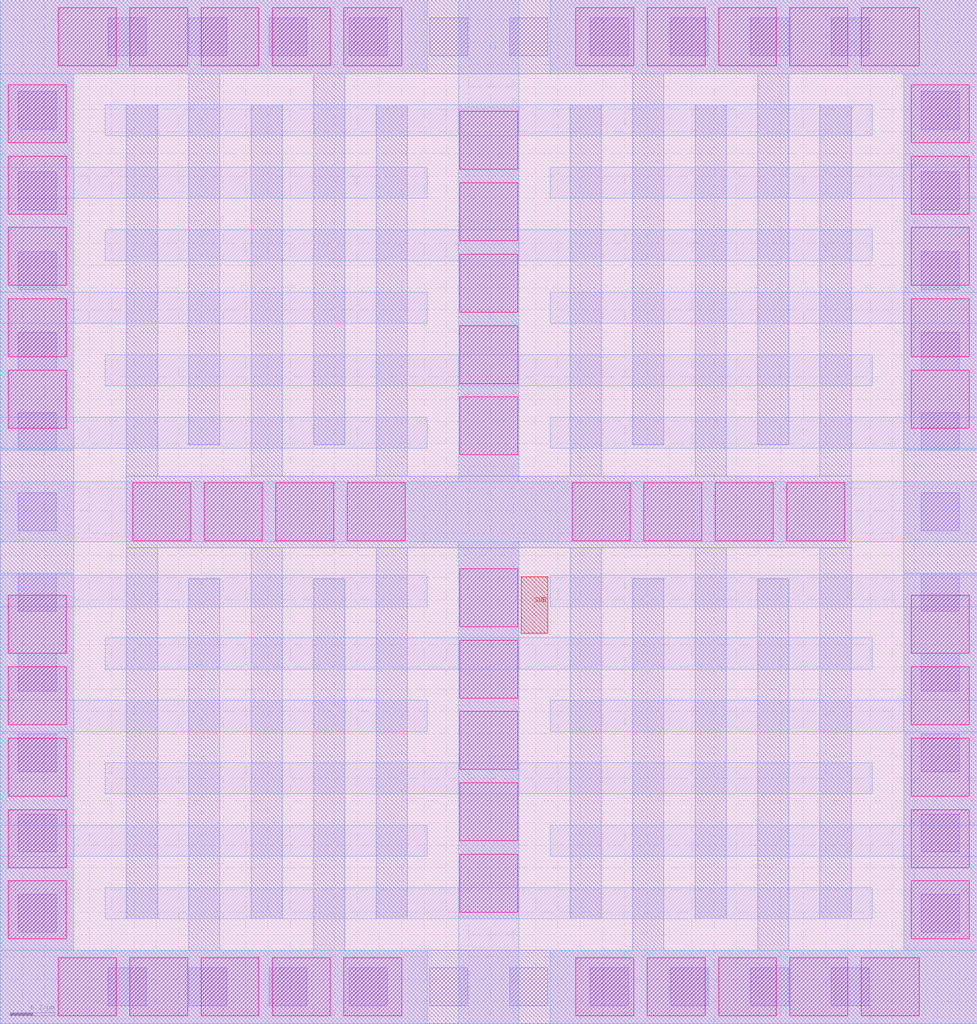
<source format=lef>
# Copyright 2020 The SkyWater PDK Authors
#
# Licensed under the Apache License, Version 2.0 (the "License");
# you may not use this file except in compliance with the License.
# You may obtain a copy of the License at
#
#     https://www.apache.org/licenses/LICENSE-2.0
#
# Unless required by applicable law or agreed to in writing, software
# distributed under the License is distributed on an "AS IS" BASIS,
# WITHOUT WARRANTIES OR CONDITIONS OF ANY KIND, either express or implied.
# See the License for the specific language governing permissions and
# limitations under the License.
#
# SPDX-License-Identifier: Apache-2.0

VERSION 5.7 ;
  NOWIREEXTENSIONATPIN ON ;
  DIVIDERCHAR "/" ;
  BUSBITCHARS "[]" ;
MACRO sky130_fd_pr__cap_vpp_04p4x04p6_m1m2_shieldl1
  CLASS BLOCK ;
  FOREIGN sky130_fd_pr__cap_vpp_04p4x04p6_m1m2_shieldl1 ;
  ORIGIN  0.000000  0.000000 ;
  SIZE  4.380000 BY  4.590000 ;
  PIN C0
    PORT
      LAYER met2 ;
        RECT 0.000000 0.000000 1.915000 0.330000 ;
        RECT 0.000000 0.330000 0.330000 0.750000 ;
        RECT 0.000000 0.750000 1.915000 0.890000 ;
        RECT 0.000000 0.890000 0.330000 1.310000 ;
        RECT 0.000000 1.310000 1.915000 1.450000 ;
        RECT 0.000000 1.450000 0.330000 1.870000 ;
        RECT 0.000000 1.870000 1.915000 2.010000 ;
        RECT 0.000000 2.010000 0.330000 2.020000 ;
        RECT 0.000000 2.570000 0.330000 2.580000 ;
        RECT 0.000000 2.580000 1.915000 2.720000 ;
        RECT 0.000000 2.720000 0.330000 3.140000 ;
        RECT 0.000000 3.140000 1.915000 3.280000 ;
        RECT 0.000000 3.280000 0.330000 3.700000 ;
        RECT 0.000000 3.700000 1.915000 3.840000 ;
        RECT 0.000000 3.840000 0.330000 4.260000 ;
        RECT 0.000000 4.260000 1.915000 4.590000 ;
        RECT 2.465000 0.000000 4.380000 0.330000 ;
        RECT 2.465000 0.750000 4.380000 0.890000 ;
        RECT 2.465000 1.310000 4.380000 1.450000 ;
        RECT 2.465000 1.870000 4.380000 2.010000 ;
        RECT 2.465000 2.580000 4.380000 2.720000 ;
        RECT 2.465000 3.140000 4.380000 3.280000 ;
        RECT 2.465000 3.700000 4.380000 3.840000 ;
        RECT 2.465000 4.260000 4.380000 4.590000 ;
        RECT 4.050000 0.330000 4.380000 0.750000 ;
        RECT 4.050000 0.890000 4.380000 1.310000 ;
        RECT 4.050000 1.450000 4.380000 1.870000 ;
        RECT 4.050000 2.010000 4.380000 2.020000 ;
        RECT 4.050000 2.570000 4.380000 2.580000 ;
        RECT 4.050000 2.720000 4.380000 3.140000 ;
        RECT 4.050000 3.280000 4.380000 3.700000 ;
        RECT 4.050000 3.840000 4.380000 4.260000 ;
    END
  END C0
  PIN C1
    PORT
      LAYER met2 ;
        RECT 0.000000 2.160000 4.380000 2.430000 ;
        RECT 0.470000 0.470000 3.910000 0.610000 ;
        RECT 0.470000 1.030000 3.910000 1.170000 ;
        RECT 0.470000 1.590000 3.910000 1.730000 ;
        RECT 0.470000 2.860000 3.910000 3.000000 ;
        RECT 0.470000 3.420000 3.910000 3.560000 ;
        RECT 0.470000 3.980000 3.910000 4.120000 ;
        RECT 2.055000 0.000000 2.325000 0.470000 ;
        RECT 2.055000 0.610000 2.325000 1.030000 ;
        RECT 2.055000 1.170000 2.325000 1.590000 ;
        RECT 2.055000 1.730000 2.325000 2.160000 ;
        RECT 2.055000 2.430000 2.325000 2.860000 ;
        RECT 2.055000 3.000000 2.325000 3.420000 ;
        RECT 2.055000 3.560000 2.325000 3.980000 ;
        RECT 2.055000 4.120000 2.325000 4.590000 ;
    END
  END C1
  PIN SUB
    PORT
      LAYER pwell ;
        RECT 2.335000 1.750000 2.455000 2.005000 ;
    END
  END SUB
  OBS
    LAYER li1 ;
      RECT 0.000000 0.000000 4.380000 4.590000 ;
    LAYER mcon ;
      RECT 0.080000 0.410000 0.250000 0.580000 ;
      RECT 0.080000 0.770000 0.250000 0.940000 ;
      RECT 0.080000 1.130000 0.250000 1.300000 ;
      RECT 0.080000 1.490000 0.250000 1.660000 ;
      RECT 0.080000 1.850000 0.250000 2.020000 ;
      RECT 0.080000 2.210000 0.250000 2.380000 ;
      RECT 0.080000 2.570000 0.250000 2.740000 ;
      RECT 0.080000 2.930000 0.250000 3.100000 ;
      RECT 0.080000 3.290000 0.250000 3.460000 ;
      RECT 0.080000 3.650000 0.250000 3.820000 ;
      RECT 0.080000 4.010000 0.250000 4.180000 ;
      RECT 0.485000 0.080000 0.655000 0.250000 ;
      RECT 0.485000 4.340000 0.655000 4.510000 ;
      RECT 0.845000 0.080000 1.015000 0.250000 ;
      RECT 0.845000 4.340000 1.015000 4.510000 ;
      RECT 1.205000 0.080000 1.375000 0.250000 ;
      RECT 1.205000 4.340000 1.375000 4.510000 ;
      RECT 1.565000 0.080000 1.735000 0.250000 ;
      RECT 1.565000 4.340000 1.735000 4.510000 ;
      RECT 1.925000 0.080000 2.095000 0.250000 ;
      RECT 1.925000 4.340000 2.095000 4.510000 ;
      RECT 2.285000 0.080000 2.455000 0.250000 ;
      RECT 2.285000 4.340000 2.455000 4.510000 ;
      RECT 2.645000 0.080000 2.815000 0.250000 ;
      RECT 2.645000 4.340000 2.815000 4.510000 ;
      RECT 3.005000 0.080000 3.175000 0.250000 ;
      RECT 3.005000 4.340000 3.175000 4.510000 ;
      RECT 3.365000 0.080000 3.535000 0.250000 ;
      RECT 3.365000 4.340000 3.535000 4.510000 ;
      RECT 3.725000 0.080000 3.895000 0.250000 ;
      RECT 3.725000 4.340000 3.895000 4.510000 ;
      RECT 4.130000 0.410000 4.300000 0.580000 ;
      RECT 4.130000 0.770000 4.300000 0.940000 ;
      RECT 4.130000 1.130000 4.300000 1.300000 ;
      RECT 4.130000 1.490000 4.300000 1.660000 ;
      RECT 4.130000 1.850000 4.300000 2.020000 ;
      RECT 4.130000 2.210000 4.300000 2.380000 ;
      RECT 4.130000 2.570000 4.300000 2.740000 ;
      RECT 4.130000 2.930000 4.300000 3.100000 ;
      RECT 4.130000 3.290000 4.300000 3.460000 ;
      RECT 4.130000 3.650000 4.300000 3.820000 ;
      RECT 4.130000 4.010000 4.300000 4.180000 ;
    LAYER met1 ;
      RECT 0.000000 0.000000 4.380000 0.330000 ;
      RECT 0.000000 0.330000 0.330000 4.260000 ;
      RECT 0.000000 4.260000 4.380000 4.590000 ;
      RECT 0.565000 0.470000 0.705000 2.135000 ;
      RECT 0.565000 2.135000 3.815000 2.455000 ;
      RECT 0.565000 2.455000 0.705000 4.120000 ;
      RECT 0.845000 0.330000 0.985000 1.995000 ;
      RECT 0.845000 2.595000 0.985000 4.260000 ;
      RECT 1.125000 0.470000 1.265000 2.135000 ;
      RECT 1.125000 2.455000 1.265000 4.120000 ;
      RECT 1.405000 0.330000 1.545000 1.995000 ;
      RECT 1.405000 2.595000 1.545000 4.260000 ;
      RECT 1.685000 0.470000 1.825000 2.135000 ;
      RECT 1.685000 2.455000 1.825000 4.120000 ;
      RECT 2.055000 0.470000 2.325000 2.135000 ;
      RECT 2.055000 2.455000 2.325000 4.120000 ;
      RECT 2.555000 0.470000 2.695000 2.135000 ;
      RECT 2.555000 2.455000 2.695000 4.120000 ;
      RECT 2.835000 0.330000 2.975000 1.995000 ;
      RECT 2.835000 2.595000 2.975000 4.260000 ;
      RECT 3.115000 0.470000 3.255000 2.135000 ;
      RECT 3.115000 2.455000 3.255000 4.120000 ;
      RECT 3.395000 0.330000 3.535000 1.995000 ;
      RECT 3.395000 2.595000 3.535000 4.260000 ;
      RECT 3.675000 0.470000 3.815000 2.135000 ;
      RECT 3.675000 2.455000 3.815000 4.120000 ;
      RECT 4.050000 0.330000 4.380000 4.260000 ;
    LAYER via ;
      RECT 0.035000 0.380000 0.295000 0.640000 ;
      RECT 0.035000 0.700000 0.295000 0.960000 ;
      RECT 0.035000 1.020000 0.295000 1.280000 ;
      RECT 0.035000 1.340000 0.295000 1.600000 ;
      RECT 0.035000 1.660000 0.295000 1.920000 ;
      RECT 0.035000 2.670000 0.295000 2.930000 ;
      RECT 0.035000 2.990000 0.295000 3.250000 ;
      RECT 0.035000 3.310000 0.295000 3.570000 ;
      RECT 0.035000 3.630000 0.295000 3.890000 ;
      RECT 0.035000 3.950000 0.295000 4.210000 ;
      RECT 0.260000 0.035000 0.520000 0.295000 ;
      RECT 0.260000 4.295000 0.520000 4.555000 ;
      RECT 0.580000 0.035000 0.840000 0.295000 ;
      RECT 0.580000 4.295000 0.840000 4.555000 ;
      RECT 0.595000 2.165000 0.855000 2.425000 ;
      RECT 0.900000 0.035000 1.160000 0.295000 ;
      RECT 0.900000 4.295000 1.160000 4.555000 ;
      RECT 0.915000 2.165000 1.175000 2.425000 ;
      RECT 1.220000 0.035000 1.480000 0.295000 ;
      RECT 1.220000 4.295000 1.480000 4.555000 ;
      RECT 1.235000 2.165000 1.495000 2.425000 ;
      RECT 1.540000 0.035000 1.800000 0.295000 ;
      RECT 1.540000 4.295000 1.800000 4.555000 ;
      RECT 1.555000 2.165000 1.815000 2.425000 ;
      RECT 2.060000 0.500000 2.320000 0.760000 ;
      RECT 2.060000 0.820000 2.320000 1.080000 ;
      RECT 2.060000 1.140000 2.320000 1.400000 ;
      RECT 2.060000 1.460000 2.320000 1.720000 ;
      RECT 2.060000 1.780000 2.320000 2.040000 ;
      RECT 2.060000 2.550000 2.320000 2.810000 ;
      RECT 2.060000 2.870000 2.320000 3.130000 ;
      RECT 2.060000 3.190000 2.320000 3.450000 ;
      RECT 2.060000 3.510000 2.320000 3.770000 ;
      RECT 2.060000 3.830000 2.320000 4.090000 ;
      RECT 2.565000 2.165000 2.825000 2.425000 ;
      RECT 2.580000 0.035000 2.840000 0.295000 ;
      RECT 2.580000 4.295000 2.840000 4.555000 ;
      RECT 2.885000 2.165000 3.145000 2.425000 ;
      RECT 2.900000 0.035000 3.160000 0.295000 ;
      RECT 2.900000 4.295000 3.160000 4.555000 ;
      RECT 3.205000 2.165000 3.465000 2.425000 ;
      RECT 3.220000 0.035000 3.480000 0.295000 ;
      RECT 3.220000 4.295000 3.480000 4.555000 ;
      RECT 3.525000 2.165000 3.785000 2.425000 ;
      RECT 3.540000 0.035000 3.800000 0.295000 ;
      RECT 3.540000 4.295000 3.800000 4.555000 ;
      RECT 3.860000 0.035000 4.120000 0.295000 ;
      RECT 3.860000 4.295000 4.120000 4.555000 ;
      RECT 4.085000 0.380000 4.345000 0.640000 ;
      RECT 4.085000 0.700000 4.345000 0.960000 ;
      RECT 4.085000 1.020000 4.345000 1.280000 ;
      RECT 4.085000 1.340000 4.345000 1.600000 ;
      RECT 4.085000 1.660000 4.345000 1.920000 ;
      RECT 4.085000 2.670000 4.345000 2.930000 ;
      RECT 4.085000 2.990000 4.345000 3.250000 ;
      RECT 4.085000 3.310000 4.345000 3.570000 ;
      RECT 4.085000 3.630000 4.345000 3.890000 ;
      RECT 4.085000 3.950000 4.345000 4.210000 ;
  END
END sky130_fd_pr__cap_vpp_04p4x04p6_m1m2_shieldl1
END LIBRARY

</source>
